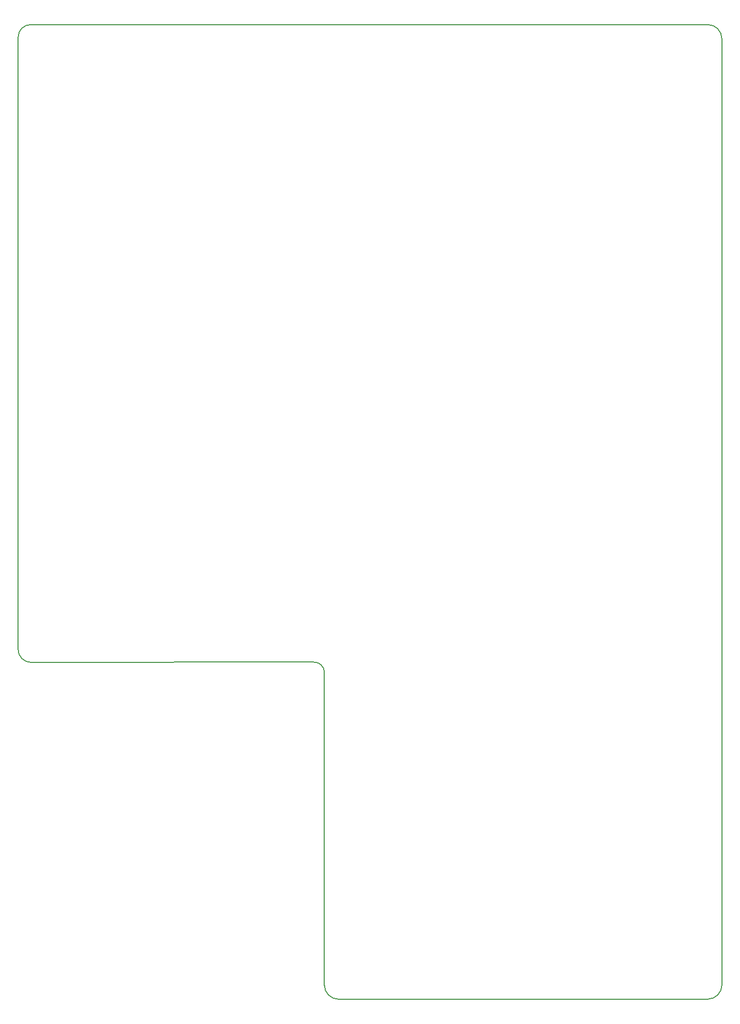
<source format=gm1>
%TF.GenerationSoftware,KiCad,Pcbnew,7.0.9*%
%TF.CreationDate,2023-12-07T23:58:00+01:00*%
%TF.ProjectId,kicad_RCJ,6b696361-645f-4524-934a-2e6b69636164,rev?*%
%TF.SameCoordinates,Original*%
%TF.FileFunction,Profile,NP*%
%FSLAX46Y46*%
G04 Gerber Fmt 4.6, Leading zero omitted, Abs format (unit mm)*
G04 Created by KiCad (PCBNEW 7.0.9) date 2023-12-07 23:58:00*
%MOMM*%
%LPD*%
G01*
G04 APERTURE LIST*
%TA.AperFunction,Profile*%
%ADD10C,0.150000*%
%TD*%
G04 APERTURE END LIST*
D10*
X34700000Y-32600000D02*
G75*
G03*
X32600000Y-34700000I0J-2100000D01*
G01*
X32600002Y-135255000D02*
G75*
G03*
X34750000Y-137450470I2149998J-45001D01*
G01*
X83000116Y-139100000D02*
G75*
G03*
X81280000Y-137400002I-1700116J0D01*
G01*
X83000000Y-190500000D02*
G75*
G03*
X85300000Y-192800000I2300000J0D01*
G01*
X146100000Y-192799997D02*
G75*
G03*
X148399998Y-190500000I-49999J2349997D01*
G01*
X148399998Y-34950000D02*
G75*
G03*
X146050000Y-32600000I-2349998J2D01*
G01*
X34750000Y-137450000D02*
X81280000Y-137400000D01*
X148400000Y-190500000D02*
X148400000Y-34950000D01*
X32600000Y-34700000D02*
X32600000Y-135255000D01*
X83000000Y-139100000D02*
X83000000Y-190500000D01*
X146050000Y-32600000D02*
X34700000Y-32600000D01*
X85300000Y-192800000D02*
X146100000Y-192800000D01*
M02*

</source>
